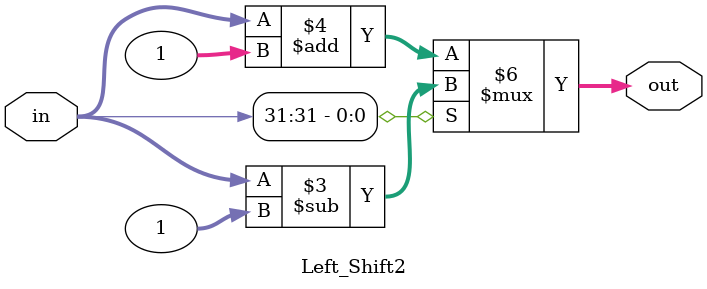
<source format=v>
`timescale 1ns / 1ps
module Left_Shift2(
	input wire [31:0]in,
	output reg [31:0]out
);
	 	 
always@(*)
begin
	if(in[31] == 1)
		out <= in-1;
	else
		out <= in+1;
	//out <= in << 2;
end

endmodule
</source>
